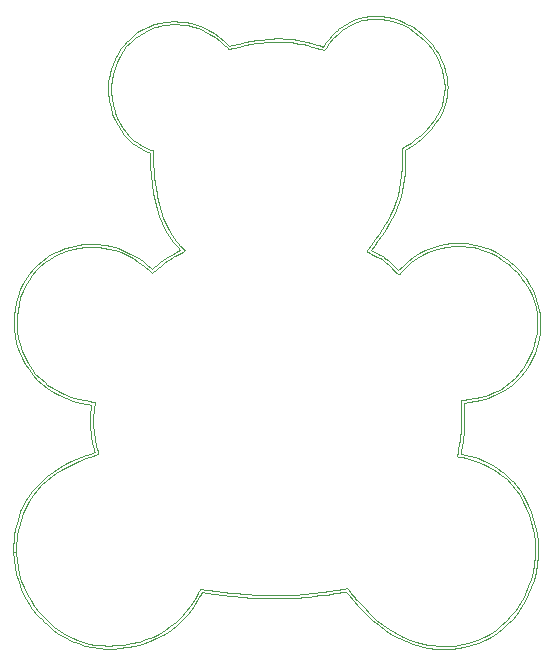
<source format=gbr>
G04 #@! TF.GenerationSoftware,KiCad,Pcbnew,(5.1.10)-1*
G04 #@! TF.CreationDate,2021-11-20T15:44:23+01:00*
G04 #@! TF.ProjectId,BlinkyBear,426c696e-6b79-4426-9561-722e6b696361,rev?*
G04 #@! TF.SameCoordinates,Original*
G04 #@! TF.FileFunction,Profile,NP*
%FSLAX46Y46*%
G04 Gerber Fmt 4.6, Leading zero omitted, Abs format (unit mm)*
G04 Created by KiCad (PCBNEW (5.1.10)-1) date 2021-11-20 15:44:23*
%MOMM*%
%LPD*%
G01*
G04 APERTURE LIST*
G04 #@! TA.AperFunction,Profile*
%ADD10C,0.010000*%
G04 #@! TD*
G04 APERTURE END LIST*
D10*
X144753017Y-53593586D02*
X145247175Y-53664348D01*
X145247175Y-53664348D02*
X145743116Y-53783312D01*
X145743116Y-53783312D02*
X146238789Y-53950655D01*
X146238789Y-53950655D02*
X146732146Y-54166554D01*
X146732146Y-54166554D02*
X146880151Y-54241212D01*
X146880151Y-54241212D02*
X147319548Y-54493944D01*
X147319548Y-54493944D02*
X147749920Y-54788442D01*
X147749920Y-54788442D02*
X148161829Y-55116977D01*
X148161829Y-55116977D02*
X148545835Y-55471818D01*
X148545835Y-55471818D02*
X148892498Y-55845236D01*
X148892498Y-55845236D02*
X149005436Y-55981600D01*
X149005436Y-55981600D02*
X149321469Y-56410261D01*
X149321469Y-56410261D02*
X149598625Y-56858000D01*
X149598625Y-56858000D02*
X149835430Y-57320631D01*
X149835430Y-57320631D02*
X150030406Y-57793967D01*
X150030406Y-57793967D02*
X150182080Y-58273824D01*
X150182080Y-58273824D02*
X150288977Y-58756016D01*
X150288977Y-58756016D02*
X150349620Y-59236358D01*
X150349620Y-59236358D02*
X150362536Y-59710665D01*
X150362536Y-59710665D02*
X150358495Y-59820594D01*
X150358495Y-59820594D02*
X150308343Y-60332692D01*
X150308343Y-60332692D02*
X150209099Y-60832304D01*
X150209099Y-60832304D02*
X150061004Y-61319071D01*
X150061004Y-61319071D02*
X149864295Y-61792634D01*
X149864295Y-61792634D02*
X149619214Y-62252637D01*
X149619214Y-62252637D02*
X149325998Y-62698721D01*
X149325998Y-62698721D02*
X148984887Y-63130528D01*
X148984887Y-63130528D02*
X148596122Y-63547701D01*
X148596122Y-63547701D02*
X148159940Y-63949881D01*
X148159940Y-63949881D02*
X147676581Y-64336711D01*
X147676581Y-64336711D02*
X147146286Y-64707832D01*
X147146286Y-64707832D02*
X147047316Y-64772009D01*
X147047316Y-64772009D02*
X146794187Y-64934297D01*
X146794187Y-64934297D02*
X146778156Y-65722098D01*
X146778156Y-65722098D02*
X146758328Y-66319558D01*
X146758328Y-66319558D02*
X146722777Y-66881684D01*
X146722777Y-66881684D02*
X146669750Y-67413443D01*
X146669750Y-67413443D02*
X146597494Y-67919805D01*
X146597494Y-67919805D02*
X146504257Y-68405738D01*
X146504257Y-68405738D02*
X146388284Y-68876212D01*
X146388284Y-68876212D02*
X146247824Y-69336194D01*
X146247824Y-69336194D02*
X146081124Y-69790654D01*
X146081124Y-69790654D02*
X145886431Y-70244559D01*
X145886431Y-70244559D02*
X145661992Y-70702879D01*
X145661992Y-70702879D02*
X145406053Y-71170582D01*
X145406053Y-71170582D02*
X145116863Y-71652638D01*
X145116863Y-71652638D02*
X144792669Y-72154013D01*
X144792669Y-72154013D02*
X144431716Y-72679679D01*
X144431716Y-72679679D02*
X144217766Y-72979733D01*
X144217766Y-72979733D02*
X143893109Y-73429766D01*
X143893109Y-73429766D02*
X144165104Y-73573675D01*
X144165104Y-73573675D02*
X144348178Y-73670749D01*
X144348178Y-73670749D02*
X144494201Y-73748867D01*
X144494201Y-73748867D02*
X144611156Y-73812580D01*
X144611156Y-73812580D02*
X144707024Y-73866440D01*
X144707024Y-73866440D02*
X144789788Y-73915000D01*
X144789788Y-73915000D02*
X144867430Y-73962812D01*
X144867430Y-73962812D02*
X144947933Y-74014429D01*
X144947933Y-74014429D02*
X145014954Y-74058354D01*
X145014954Y-74058354D02*
X145150832Y-74156088D01*
X145150832Y-74156088D02*
X145311876Y-74287085D01*
X145311876Y-74287085D02*
X145500385Y-74453308D01*
X145500385Y-74453308D02*
X145718664Y-74656720D01*
X145718664Y-74656720D02*
X145733678Y-74671028D01*
X145733678Y-74671028D02*
X146204747Y-75120500D01*
X146204747Y-75120500D02*
X146578223Y-74751597D01*
X146578223Y-74751597D02*
X147010772Y-74356495D01*
X147010772Y-74356495D02*
X147461960Y-74007881D01*
X147461960Y-74007881D02*
X147933617Y-73704850D01*
X147933617Y-73704850D02*
X148427575Y-73446495D01*
X148427575Y-73446495D02*
X148945667Y-73231908D01*
X148945667Y-73231908D02*
X149489723Y-73060183D01*
X149489723Y-73060183D02*
X150061576Y-72930413D01*
X150061576Y-72930413D02*
X150355300Y-72881449D01*
X150355300Y-72881449D02*
X150521120Y-72862666D01*
X150521120Y-72862666D02*
X150724434Y-72848690D01*
X150724434Y-72848690D02*
X150953844Y-72839530D01*
X150953844Y-72839530D02*
X151197951Y-72835193D01*
X151197951Y-72835193D02*
X151445355Y-72835687D01*
X151445355Y-72835687D02*
X151684657Y-72841020D01*
X151684657Y-72841020D02*
X151904458Y-72851200D01*
X151904458Y-72851200D02*
X152093360Y-72866235D01*
X152093360Y-72866235D02*
X152204551Y-72880180D01*
X152204551Y-72880180D02*
X152805188Y-72997724D01*
X152805188Y-72997724D02*
X153385414Y-73161619D01*
X153385414Y-73161619D02*
X153944565Y-73371576D01*
X153944565Y-73371576D02*
X154481979Y-73627306D01*
X154481979Y-73627306D02*
X154996996Y-73928520D01*
X154996996Y-73928520D02*
X155488951Y-74274930D01*
X155488951Y-74274930D02*
X155600400Y-74362269D01*
X155600400Y-74362269D02*
X155748645Y-74486949D01*
X155748645Y-74486949D02*
X155917877Y-74639448D01*
X155917877Y-74639448D02*
X156096563Y-74808555D01*
X156096563Y-74808555D02*
X156273171Y-74983061D01*
X156273171Y-74983061D02*
X156436172Y-75151754D01*
X156436172Y-75151754D02*
X156574033Y-75303424D01*
X156574033Y-75303424D02*
X156602397Y-75336400D01*
X156602397Y-75336400D02*
X156971248Y-75808334D01*
X156971248Y-75808334D02*
X157293065Y-76299424D01*
X157293065Y-76299424D02*
X157568005Y-76810012D01*
X157568005Y-76810012D02*
X157796221Y-77340441D01*
X157796221Y-77340441D02*
X157977869Y-77891053D01*
X157977869Y-77891053D02*
X158113103Y-78462192D01*
X158113103Y-78462192D02*
X158170407Y-78803500D01*
X158170407Y-78803500D02*
X158183775Y-78932625D01*
X158183775Y-78932625D02*
X158193526Y-79100852D01*
X158193526Y-79100852D02*
X158199663Y-79296608D01*
X158199663Y-79296608D02*
X158202189Y-79508325D01*
X158202189Y-79508325D02*
X158201107Y-79724431D01*
X158201107Y-79724431D02*
X158196420Y-79933357D01*
X158196420Y-79933357D02*
X158188131Y-80123531D01*
X158188131Y-80123531D02*
X158176244Y-80283384D01*
X158176244Y-80283384D02*
X158169991Y-80340200D01*
X158169991Y-80340200D02*
X158069974Y-80944743D01*
X158069974Y-80944743D02*
X157923989Y-81532286D01*
X157923989Y-81532286D02*
X157733047Y-82100278D01*
X157733047Y-82100278D02*
X157498163Y-82646172D01*
X157498163Y-82646172D02*
X157220348Y-83167417D01*
X157220348Y-83167417D02*
X156900616Y-83661465D01*
X156900616Y-83661465D02*
X156790551Y-83812154D01*
X156790551Y-83812154D02*
X156672146Y-83960419D01*
X156672146Y-83960419D02*
X156526724Y-84128052D01*
X156526724Y-84128052D02*
X156364461Y-84304443D01*
X156364461Y-84304443D02*
X156195534Y-84478987D01*
X156195534Y-84478987D02*
X156030120Y-84641077D01*
X156030120Y-84641077D02*
X155878396Y-84780105D01*
X155878396Y-84780105D02*
X155791428Y-84853494D01*
X155791428Y-84853494D02*
X155336214Y-85187783D01*
X155336214Y-85187783D02*
X154851309Y-85481465D01*
X154851309Y-85481465D02*
X154338455Y-85733840D01*
X154338455Y-85733840D02*
X153799392Y-85944207D01*
X153799392Y-85944207D02*
X153235862Y-86111868D01*
X153235862Y-86111868D02*
X152649607Y-86236121D01*
X152649607Y-86236121D02*
X152189053Y-86301190D01*
X152189053Y-86301190D02*
X151797780Y-86344967D01*
X151797780Y-86344967D02*
X151782465Y-87451033D01*
X151782465Y-87451033D02*
X151776063Y-87830715D01*
X151776063Y-87830715D02*
X151767595Y-88167110D01*
X151767595Y-88167110D02*
X151756396Y-88467711D01*
X151756396Y-88467711D02*
X151741799Y-88740012D01*
X151741799Y-88740012D02*
X151723138Y-88991507D01*
X151723138Y-88991507D02*
X151699748Y-89229688D01*
X151699748Y-89229688D02*
X151670961Y-89462050D01*
X151670961Y-89462050D02*
X151636111Y-89696086D01*
X151636111Y-89696086D02*
X151594533Y-89939290D01*
X151594533Y-89939290D02*
X151545561Y-90199154D01*
X151545561Y-90199154D02*
X151532080Y-90267624D01*
X151532080Y-90267624D02*
X151506928Y-90402281D01*
X151506928Y-90402281D02*
X151488010Y-90519282D01*
X151488010Y-90519282D02*
X151476543Y-90609673D01*
X151476543Y-90609673D02*
X151473742Y-90664501D01*
X151473742Y-90664501D02*
X151476544Y-90676455D01*
X151476544Y-90676455D02*
X151509756Y-90689614D01*
X151509756Y-90689614D02*
X151580418Y-90708802D01*
X151580418Y-90708802D02*
X151676034Y-90730782D01*
X151676034Y-90730782D02*
X151726900Y-90741328D01*
X151726900Y-90741328D02*
X152321780Y-90883452D01*
X152321780Y-90883452D02*
X152904049Y-91068190D01*
X152904049Y-91068190D02*
X153468132Y-91293056D01*
X153468132Y-91293056D02*
X154008456Y-91555568D01*
X154008456Y-91555568D02*
X154519449Y-91853242D01*
X154519449Y-91853242D02*
X154995536Y-92183593D01*
X154995536Y-92183593D02*
X155040929Y-92218268D01*
X155040929Y-92218268D02*
X155208417Y-92354901D01*
X155208417Y-92354901D02*
X155394210Y-92519283D01*
X155394210Y-92519283D02*
X155587535Y-92700885D01*
X155587535Y-92700885D02*
X155777621Y-92889177D01*
X155777621Y-92889177D02*
X155953698Y-93073630D01*
X155953698Y-93073630D02*
X156104993Y-93243715D01*
X156104993Y-93243715D02*
X156167599Y-93319600D01*
X156167599Y-93319600D02*
X156474201Y-93733355D01*
X156474201Y-93733355D02*
X156761792Y-94179924D01*
X156761792Y-94179924D02*
X157019802Y-94642030D01*
X157019802Y-94642030D02*
X157185444Y-94983769D01*
X157185444Y-94983769D02*
X157427070Y-95570585D01*
X157427070Y-95570585D02*
X157629930Y-96173987D01*
X157629930Y-96173987D02*
X157792849Y-96787815D01*
X157792849Y-96787815D02*
X157914647Y-97405903D01*
X157914647Y-97405903D02*
X157994148Y-98022091D01*
X157994148Y-98022091D02*
X158030173Y-98630214D01*
X158030173Y-98630214D02*
X158021545Y-99224111D01*
X158021545Y-99224111D02*
X158015317Y-99326700D01*
X158015317Y-99326700D02*
X157945241Y-100006449D01*
X157945241Y-100006449D02*
X157828838Y-100669952D01*
X157828838Y-100669952D02*
X157666933Y-101315349D01*
X157666933Y-101315349D02*
X157460347Y-101940784D01*
X157460347Y-101940784D02*
X157209905Y-102544398D01*
X157209905Y-102544398D02*
X156916429Y-103124336D01*
X156916429Y-103124336D02*
X156580742Y-103678738D01*
X156580742Y-103678738D02*
X156203667Y-104205747D01*
X156203667Y-104205747D02*
X155786028Y-104703506D01*
X155786028Y-104703506D02*
X155499591Y-105004106D01*
X155499591Y-105004106D02*
X155038695Y-105430156D01*
X155038695Y-105430156D02*
X154553768Y-105811464D01*
X154553768Y-105811464D02*
X154045147Y-106147860D01*
X154045147Y-106147860D02*
X153513169Y-106439176D01*
X153513169Y-106439176D02*
X152958172Y-106685242D01*
X152958172Y-106685242D02*
X152380491Y-106885891D01*
X152380491Y-106885891D02*
X151780465Y-107040952D01*
X151780465Y-107040952D02*
X151237311Y-107139112D01*
X151237311Y-107139112D02*
X151112947Y-107153687D01*
X151112947Y-107153687D02*
X150951414Y-107167236D01*
X150951414Y-107167236D02*
X150762733Y-107179407D01*
X150762733Y-107179407D02*
X150556924Y-107189849D01*
X150556924Y-107189849D02*
X150344009Y-107198209D01*
X150344009Y-107198209D02*
X150134008Y-107204136D01*
X150134008Y-107204136D02*
X149936943Y-107207278D01*
X149936943Y-107207278D02*
X149762835Y-107207284D01*
X149762835Y-107207284D02*
X149621703Y-107203802D01*
X149621703Y-107203802D02*
X149542500Y-107198590D01*
X149542500Y-107198590D02*
X149321176Y-107176606D01*
X149321176Y-107176606D02*
X149141049Y-107157804D01*
X149141049Y-107157804D02*
X148992698Y-107141041D01*
X148992698Y-107141041D02*
X148866703Y-107125173D01*
X148866703Y-107125173D02*
X148753645Y-107109057D01*
X148753645Y-107109057D02*
X148644104Y-107091550D01*
X148644104Y-107091550D02*
X148602700Y-107084511D01*
X148602700Y-107084511D02*
X147997430Y-106956390D01*
X147997430Y-106956390D02*
X147401486Y-106782000D01*
X147401486Y-106782000D02*
X146814248Y-106560922D01*
X146814248Y-106560922D02*
X146235097Y-106292740D01*
X146235097Y-106292740D02*
X145663412Y-105977034D01*
X145663412Y-105977034D02*
X145098574Y-105613387D01*
X145098574Y-105613387D02*
X144539965Y-105201380D01*
X144539965Y-105201380D02*
X143986963Y-104740596D01*
X143986963Y-104740596D02*
X143438950Y-104230617D01*
X143438950Y-104230617D02*
X142895305Y-103671024D01*
X142895305Y-103671024D02*
X142355410Y-103061400D01*
X142355410Y-103061400D02*
X141998635Y-102628700D01*
X141998635Y-102628700D02*
X141902268Y-102511151D01*
X141902268Y-102511151D02*
X141830461Y-102430182D01*
X141830461Y-102430182D02*
X141778316Y-102380982D01*
X141778316Y-102380982D02*
X141740936Y-102358744D01*
X141740936Y-102358744D02*
X141721476Y-102356566D01*
X141721476Y-102356566D02*
X141685573Y-102361634D01*
X141685573Y-102361634D02*
X141604935Y-102373103D01*
X141604935Y-102373103D02*
X141485115Y-102390182D01*
X141485115Y-102390182D02*
X141331667Y-102412078D01*
X141331667Y-102412078D02*
X141150144Y-102437999D01*
X141150144Y-102437999D02*
X140946099Y-102467150D01*
X140946099Y-102467150D02*
X140725085Y-102498741D01*
X140725085Y-102498741D02*
X140614400Y-102514568D01*
X140614400Y-102514568D02*
X140049651Y-102593606D01*
X140049651Y-102593606D02*
X139528318Y-102662713D01*
X139528318Y-102662713D02*
X139044096Y-102722367D01*
X139044096Y-102722367D02*
X138590679Y-102773047D01*
X138590679Y-102773047D02*
X138161759Y-102815230D01*
X138161759Y-102815230D02*
X137751033Y-102849396D01*
X137751033Y-102849396D02*
X137352193Y-102876021D01*
X137352193Y-102876021D02*
X136958934Y-102895585D01*
X136958934Y-102895585D02*
X136564950Y-102908566D01*
X136564950Y-102908566D02*
X136163936Y-102915441D01*
X136163936Y-102915441D02*
X135749584Y-102916690D01*
X135749584Y-102916690D02*
X135356600Y-102913353D01*
X135356600Y-102913353D02*
X134961998Y-102906588D01*
X134961998Y-102906588D02*
X134593315Y-102896770D01*
X134593315Y-102896770D02*
X134241035Y-102883280D01*
X134241035Y-102883280D02*
X133895647Y-102865497D01*
X133895647Y-102865497D02*
X133547636Y-102842802D01*
X133547636Y-102842802D02*
X133187490Y-102814573D01*
X133187490Y-102814573D02*
X132805696Y-102780191D01*
X132805696Y-102780191D02*
X132392740Y-102739035D01*
X132392740Y-102739035D02*
X131940300Y-102690616D01*
X131940300Y-102690616D02*
X131757769Y-102670075D01*
X131757769Y-102670075D02*
X131551923Y-102646093D01*
X131551923Y-102646093D02*
X131329308Y-102619503D01*
X131329308Y-102619503D02*
X131096470Y-102591136D01*
X131096470Y-102591136D02*
X130859957Y-102561826D01*
X130859957Y-102561826D02*
X130626313Y-102532406D01*
X130626313Y-102532406D02*
X130402087Y-102503709D01*
X130402087Y-102503709D02*
X130193825Y-102476567D01*
X130193825Y-102476567D02*
X130008073Y-102451813D01*
X130008073Y-102451813D02*
X129851377Y-102430279D01*
X129851377Y-102430279D02*
X129730284Y-102412799D01*
X129730284Y-102412799D02*
X129651341Y-102400206D01*
X129651341Y-102400206D02*
X129638182Y-102397767D01*
X129638182Y-102397767D02*
X129607306Y-102395091D01*
X129607306Y-102395091D02*
X129580417Y-102405656D01*
X129580417Y-102405656D02*
X129551285Y-102436804D01*
X129551285Y-102436804D02*
X129513681Y-102495877D01*
X129513681Y-102495877D02*
X129461378Y-102590217D01*
X129461378Y-102590217D02*
X129438045Y-102633675D01*
X129438045Y-102633675D02*
X129096049Y-103225969D01*
X129096049Y-103225969D02*
X128726349Y-103775855D01*
X128726349Y-103775855D02*
X128328533Y-104283770D01*
X128328533Y-104283770D02*
X127902189Y-104750153D01*
X127902189Y-104750153D02*
X127446907Y-105175440D01*
X127446907Y-105175440D02*
X126962275Y-105560068D01*
X126962275Y-105560068D02*
X126447881Y-105904476D01*
X126447881Y-105904476D02*
X126254656Y-106019091D01*
X126254656Y-106019091D02*
X125709927Y-106303717D01*
X125709927Y-106303717D02*
X125136995Y-106548373D01*
X125136995Y-106548373D02*
X124535017Y-106753291D01*
X124535017Y-106753291D02*
X123903147Y-106918705D01*
X123903147Y-106918705D02*
X123240542Y-107044847D01*
X123240542Y-107044847D02*
X122546355Y-107131951D01*
X122546355Y-107131951D02*
X122093686Y-107166812D01*
X122093686Y-107166812D02*
X121473289Y-107178549D01*
X121473289Y-107178549D02*
X120859288Y-107140296D01*
X120859288Y-107140296D02*
X120253554Y-107052658D01*
X120253554Y-107052658D02*
X119657954Y-106916244D01*
X119657954Y-106916244D02*
X119074358Y-106731660D01*
X119074358Y-106731660D02*
X118504635Y-106499513D01*
X118504635Y-106499513D02*
X117950654Y-106220409D01*
X117950654Y-106220409D02*
X117414283Y-105894957D01*
X117414283Y-105894957D02*
X116897392Y-105523763D01*
X116897392Y-105523763D02*
X116801560Y-105448131D01*
X116801560Y-105448131D02*
X116617075Y-105292876D01*
X116617075Y-105292876D02*
X116413250Y-105108523D01*
X116413250Y-105108523D02*
X116201580Y-104906348D01*
X116201580Y-104906348D02*
X115993559Y-104697624D01*
X115993559Y-104697624D02*
X115800682Y-104493627D01*
X115800682Y-104493627D02*
X115634442Y-104305632D01*
X115634442Y-104305632D02*
X115623222Y-104292317D01*
X115623222Y-104292317D02*
X115221794Y-103775963D01*
X115221794Y-103775963D02*
X114862037Y-103234276D01*
X114862037Y-103234276D02*
X114544920Y-102670236D01*
X114544920Y-102670236D02*
X114271416Y-102086822D01*
X114271416Y-102086822D02*
X114042495Y-101487013D01*
X114042495Y-101487013D02*
X113859128Y-100873788D01*
X113859128Y-100873788D02*
X113722286Y-100250128D01*
X113722286Y-100250128D02*
X113632940Y-99619010D01*
X113632940Y-99619010D02*
X113594188Y-99016458D01*
X113594188Y-99016458D02*
X113846388Y-99016458D01*
X113846388Y-99016458D02*
X113889081Y-99629969D01*
X113889081Y-99629969D02*
X113977756Y-100236037D01*
X113977756Y-100236037D02*
X114110912Y-100832112D01*
X114110912Y-100832112D02*
X114287050Y-101415647D01*
X114287050Y-101415647D02*
X114504669Y-101984092D01*
X114504669Y-101984092D02*
X114762270Y-102534900D01*
X114762270Y-102534900D02*
X115058353Y-103065520D01*
X115058353Y-103065520D02*
X115391417Y-103573405D01*
X115391417Y-103573405D02*
X115759964Y-104056005D01*
X115759964Y-104056005D02*
X116162493Y-104510773D01*
X116162493Y-104510773D02*
X116597504Y-104935159D01*
X116597504Y-104935159D02*
X117063497Y-105326615D01*
X117063497Y-105326615D02*
X117558973Y-105682591D01*
X117558973Y-105682591D02*
X118082432Y-106000541D01*
X118082432Y-106000541D02*
X118632373Y-106277913D01*
X118632373Y-106277913D02*
X118999118Y-106433582D01*
X118999118Y-106433582D02*
X119512569Y-106614416D01*
X119512569Y-106614416D02*
X120028120Y-106751839D01*
X120028120Y-106751839D02*
X120554026Y-106847382D01*
X120554026Y-106847382D02*
X121098541Y-106902577D01*
X121098541Y-106902577D02*
X121615200Y-106919029D01*
X121615200Y-106919029D02*
X122287427Y-106898080D01*
X122287427Y-106898080D02*
X122948051Y-106833576D01*
X122948051Y-106833576D02*
X123593757Y-106726412D01*
X123593757Y-106726412D02*
X124221227Y-106577480D01*
X124221227Y-106577480D02*
X124827145Y-106387673D01*
X124827145Y-106387673D02*
X125408196Y-106157884D01*
X125408196Y-106157884D02*
X125961063Y-105889006D01*
X125961063Y-105889006D02*
X126410655Y-105627695D01*
X126410655Y-105627695D02*
X126903694Y-105287636D01*
X126903694Y-105287636D02*
X127370946Y-104904877D01*
X127370946Y-104904877D02*
X127810529Y-104481544D01*
X127810529Y-104481544D02*
X128220557Y-104019763D01*
X128220557Y-104019763D02*
X128599147Y-103521659D01*
X128599147Y-103521659D02*
X128944414Y-102989359D01*
X128944414Y-102989359D02*
X129254475Y-102424988D01*
X129254475Y-102424988D02*
X129261386Y-102411230D01*
X129261386Y-102411230D02*
X129323695Y-102288030D01*
X129323695Y-102288030D02*
X129368826Y-102203638D01*
X129368826Y-102203638D02*
X129401958Y-102151244D01*
X129401958Y-102151244D02*
X129428268Y-102124038D01*
X129428268Y-102124038D02*
X129452932Y-102115211D01*
X129452932Y-102115211D02*
X129481129Y-102117954D01*
X129481129Y-102117954D02*
X129483937Y-102118519D01*
X129483937Y-102118519D02*
X129539189Y-102127916D01*
X129539189Y-102127916D02*
X129637842Y-102142702D01*
X129637842Y-102142702D02*
X129772892Y-102161944D01*
X129772892Y-102161944D02*
X129937335Y-102184711D01*
X129937335Y-102184711D02*
X130124168Y-102210070D01*
X130124168Y-102210070D02*
X130326385Y-102237087D01*
X130326385Y-102237087D02*
X130536984Y-102264830D01*
X130536984Y-102264830D02*
X130748961Y-102292366D01*
X130748961Y-102292366D02*
X130955310Y-102318764D01*
X130955310Y-102318764D02*
X131149029Y-102343089D01*
X131149029Y-102343089D02*
X131323114Y-102364410D01*
X131323114Y-102364410D02*
X131394200Y-102372896D01*
X131394200Y-102372896D02*
X131977375Y-102439436D01*
X131977375Y-102439436D02*
X132520718Y-102496321D01*
X132520718Y-102496321D02*
X133034096Y-102544419D01*
X133034096Y-102544419D02*
X133527375Y-102584598D01*
X133527375Y-102584598D02*
X134010421Y-102617728D01*
X134010421Y-102617728D02*
X134467600Y-102643400D01*
X134467600Y-102643400D02*
X134653064Y-102650678D01*
X134653064Y-102650678D02*
X134876347Y-102656053D01*
X134876347Y-102656053D02*
X135129540Y-102659594D01*
X135129540Y-102659594D02*
X135404733Y-102661368D01*
X135404733Y-102661368D02*
X135694019Y-102661441D01*
X135694019Y-102661441D02*
X135989490Y-102659882D01*
X135989490Y-102659882D02*
X136283237Y-102656757D01*
X136283237Y-102656757D02*
X136567352Y-102652133D01*
X136567352Y-102652133D02*
X136833926Y-102646078D01*
X136833926Y-102646078D02*
X137075051Y-102638658D01*
X137075051Y-102638658D02*
X137282818Y-102629942D01*
X137282818Y-102629942D02*
X137449320Y-102619996D01*
X137449320Y-102619996D02*
X137477500Y-102617823D01*
X137477500Y-102617823D02*
X138198385Y-102553303D01*
X138198385Y-102553303D02*
X138947243Y-102474706D01*
X138947243Y-102474706D02*
X139703967Y-102384357D01*
X139703967Y-102384357D02*
X140448451Y-102284583D01*
X140448451Y-102284583D02*
X140797689Y-102233707D01*
X140797689Y-102233707D02*
X140977718Y-102206838D01*
X140977718Y-102206838D02*
X141163039Y-102179336D01*
X141163039Y-102179336D02*
X141339499Y-102153289D01*
X141339499Y-102153289D02*
X141492946Y-102130787D01*
X141492946Y-102130787D02*
X141601951Y-102114966D01*
X141601951Y-102114966D02*
X141891003Y-102073374D01*
X141891003Y-102073374D02*
X141943103Y-102144895D01*
X141943103Y-102144895D02*
X142003781Y-102225123D01*
X142003781Y-102225123D02*
X142090025Y-102335017D01*
X142090025Y-102335017D02*
X142194481Y-102465554D01*
X142194481Y-102465554D02*
X142309799Y-102607707D01*
X142309799Y-102607707D02*
X142428625Y-102752454D01*
X142428625Y-102752454D02*
X142543607Y-102890767D01*
X142543607Y-102890767D02*
X142647393Y-103013624D01*
X142647393Y-103013624D02*
X142709711Y-103085900D01*
X142709711Y-103085900D02*
X143248925Y-103676727D01*
X143248925Y-103676727D02*
X143791486Y-104217174D01*
X143791486Y-104217174D02*
X144337891Y-104707580D01*
X144337891Y-104707580D02*
X144888640Y-105148286D01*
X144888640Y-105148286D02*
X145444229Y-105539631D01*
X145444229Y-105539631D02*
X146005157Y-105881954D01*
X146005157Y-105881954D02*
X146571922Y-106175597D01*
X146571922Y-106175597D02*
X147145021Y-106420898D01*
X147145021Y-106420898D02*
X147724953Y-106618197D01*
X147724953Y-106618197D02*
X147996869Y-106693630D01*
X147996869Y-106693630D02*
X148357754Y-106778070D01*
X148357754Y-106778070D02*
X148727445Y-106846736D01*
X148727445Y-106846736D02*
X149119865Y-106901903D01*
X149119865Y-106901903D02*
X149529800Y-106944179D01*
X149529800Y-106944179D02*
X149630044Y-106949287D01*
X149630044Y-106949287D02*
X149770952Y-106951374D01*
X149770952Y-106951374D02*
X149942496Y-106950741D01*
X149942496Y-106950741D02*
X150134646Y-106947684D01*
X150134646Y-106947684D02*
X150337376Y-106942505D01*
X150337376Y-106942505D02*
X150540657Y-106935502D01*
X150540657Y-106935502D02*
X150734461Y-106926973D01*
X150734461Y-106926973D02*
X150908760Y-106917219D01*
X150908760Y-106917219D02*
X151053526Y-106906539D01*
X151053526Y-106906539D02*
X151155400Y-106895692D01*
X151155400Y-106895692D02*
X151752605Y-106788863D01*
X151752605Y-106788863D02*
X152332501Y-106634983D01*
X152332501Y-106634983D02*
X152893382Y-106435344D01*
X152893382Y-106435344D02*
X153433540Y-106191239D01*
X153433540Y-106191239D02*
X153951270Y-105903962D01*
X153951270Y-105903962D02*
X154444866Y-105574804D01*
X154444866Y-105574804D02*
X154912621Y-105205060D01*
X154912621Y-105205060D02*
X155352828Y-104796022D01*
X155352828Y-104796022D02*
X155763783Y-104348983D01*
X155763783Y-104348983D02*
X156143777Y-103865235D01*
X156143777Y-103865235D02*
X156491105Y-103346073D01*
X156491105Y-103346073D02*
X156804061Y-102792787D01*
X156804061Y-102792787D02*
X156944631Y-102509010D01*
X156944631Y-102509010D02*
X157204756Y-101900693D01*
X157204756Y-101900693D02*
X157416478Y-101278482D01*
X157416478Y-101278482D02*
X157579499Y-100644814D01*
X157579499Y-100644814D02*
X157693519Y-100002124D01*
X157693519Y-100002124D02*
X157758240Y-99352850D01*
X157758240Y-99352850D02*
X157773362Y-98699427D01*
X157773362Y-98699427D02*
X157738588Y-98044292D01*
X157738588Y-98044292D02*
X157653617Y-97389880D01*
X157653617Y-97389880D02*
X157604991Y-97126283D01*
X157604991Y-97126283D02*
X157452930Y-96477739D01*
X157452930Y-96477739D02*
X157262941Y-95859032D01*
X157262941Y-95859032D02*
X157035720Y-95271243D01*
X157035720Y-95271243D02*
X156771967Y-94715452D01*
X156771967Y-94715452D02*
X156472381Y-94192741D01*
X156472381Y-94192741D02*
X156137660Y-93704188D01*
X156137660Y-93704188D02*
X155768503Y-93250874D01*
X155768503Y-93250874D02*
X155365609Y-92833881D01*
X155365609Y-92833881D02*
X154929676Y-92454287D01*
X154929676Y-92454287D02*
X154461404Y-92113173D01*
X154461404Y-92113173D02*
X154292300Y-92004505D01*
X154292300Y-92004505D02*
X153868643Y-91763820D01*
X153868643Y-91763820D02*
X153406962Y-91543242D01*
X153406962Y-91543242D02*
X152917354Y-91346597D01*
X152917354Y-91346597D02*
X152409915Y-91177709D01*
X152409915Y-91177709D02*
X151894740Y-91040402D01*
X151894740Y-91040402D02*
X151561800Y-90970143D01*
X151561800Y-90970143D02*
X151429583Y-90945052D01*
X151429583Y-90945052D02*
X151314217Y-90922841D01*
X151314217Y-90922841D02*
X151225370Y-90905396D01*
X151225370Y-90905396D02*
X151172709Y-90894602D01*
X151172709Y-90894602D02*
X151163683Y-90892499D01*
X151163683Y-90892499D02*
X151149365Y-90873853D01*
X151149365Y-90873853D02*
X151151414Y-90824519D01*
X151151414Y-90824519D02*
X151169982Y-90736689D01*
X151169982Y-90736689D02*
X151206475Y-90578200D01*
X151206475Y-90578200D02*
X151247041Y-90386459D01*
X151247041Y-90386459D02*
X151289086Y-90175216D01*
X151289086Y-90175216D02*
X151330018Y-89958217D01*
X151330018Y-89958217D02*
X151367246Y-89749214D01*
X151367246Y-89749214D02*
X151398176Y-89561955D01*
X151398176Y-89561955D02*
X151420217Y-89410188D01*
X151420217Y-89410188D02*
X151420499Y-89408000D01*
X151420499Y-89408000D02*
X151441415Y-89240216D01*
X151441415Y-89240216D02*
X151459122Y-89084475D01*
X151459122Y-89084475D02*
X151473963Y-88934141D01*
X151473963Y-88934141D02*
X151486282Y-88782573D01*
X151486282Y-88782573D02*
X151496420Y-88623135D01*
X151496420Y-88623135D02*
X151504723Y-88449188D01*
X151504723Y-88449188D02*
X151511531Y-88254095D01*
X151511531Y-88254095D02*
X151517190Y-88031216D01*
X151517190Y-88031216D02*
X151522041Y-87773914D01*
X151522041Y-87773914D02*
X151526429Y-87475551D01*
X151526429Y-87475551D02*
X151528416Y-87320241D01*
X151528416Y-87320241D02*
X151543381Y-86108783D01*
X151543381Y-86108783D02*
X151673240Y-86096046D01*
X151673240Y-86096046D02*
X151753232Y-86088244D01*
X151753232Y-86088244D02*
X151866771Y-86077225D01*
X151866771Y-86077225D02*
X151996838Y-86064640D01*
X151996838Y-86064640D02*
X152091614Y-86055492D01*
X152091614Y-86055492D02*
X152674861Y-85976104D01*
X152674861Y-85976104D02*
X153237528Y-85852906D01*
X153237528Y-85852906D02*
X153777720Y-85686858D01*
X153777720Y-85686858D02*
X154293541Y-85478916D01*
X154293541Y-85478916D02*
X154783093Y-85230038D01*
X154783093Y-85230038D02*
X155244480Y-84941180D01*
X155244480Y-84941180D02*
X155675807Y-84613302D01*
X155675807Y-84613302D02*
X156075177Y-84247359D01*
X156075177Y-84247359D02*
X156418683Y-83870800D01*
X156418683Y-83870800D02*
X156738812Y-83449767D01*
X156738812Y-83449767D02*
X157026233Y-82994179D01*
X157026233Y-82994179D02*
X157278943Y-82509949D01*
X157278943Y-82509949D02*
X157494939Y-82002991D01*
X157494939Y-82002991D02*
X157672218Y-81479220D01*
X157672218Y-81479220D02*
X157808777Y-80944551D01*
X157808777Y-80944551D02*
X157902613Y-80404896D01*
X157902613Y-80404896D02*
X157951723Y-79866172D01*
X157951723Y-79866172D02*
X157954210Y-79336900D01*
X157954210Y-79336900D02*
X157906942Y-78795539D01*
X157906942Y-78795539D02*
X157810039Y-78259341D01*
X157810039Y-78259341D02*
X157664613Y-77731215D01*
X157664613Y-77731215D02*
X157471779Y-77214070D01*
X157471779Y-77214070D02*
X157232650Y-76710815D01*
X157232650Y-76710815D02*
X156948341Y-76224359D01*
X156948341Y-76224359D02*
X156619966Y-75757612D01*
X156619966Y-75757612D02*
X156548875Y-75666600D01*
X156548875Y-75666600D02*
X156444902Y-75543144D01*
X156444902Y-75543144D02*
X156311904Y-75396366D01*
X156311904Y-75396366D02*
X156159089Y-75235488D01*
X156159089Y-75235488D02*
X155995663Y-75069729D01*
X155995663Y-75069729D02*
X155830834Y-74908312D01*
X155830834Y-74908312D02*
X155673808Y-74760456D01*
X155673808Y-74760456D02*
X155533794Y-74635383D01*
X155533794Y-74635383D02*
X155448000Y-74564070D01*
X155448000Y-74564070D02*
X155003690Y-74239337D01*
X155003690Y-74239337D02*
X154532761Y-73948022D01*
X154532761Y-73948022D02*
X154044103Y-73694917D01*
X154044103Y-73694917D02*
X153546608Y-73484811D01*
X153546608Y-73484811D02*
X153260638Y-73385536D01*
X153260638Y-73385536D02*
X152865702Y-73271163D01*
X152865702Y-73271163D02*
X152484548Y-73186340D01*
X152484548Y-73186340D02*
X152099546Y-73128056D01*
X152099546Y-73128056D02*
X151693066Y-73093298D01*
X151693066Y-73093298D02*
X151498300Y-73084526D01*
X151498300Y-73084526D02*
X150915540Y-73089008D01*
X150915540Y-73089008D02*
X150346112Y-73142280D01*
X150346112Y-73142280D02*
X149791202Y-73243930D01*
X149791202Y-73243930D02*
X149251997Y-73393543D01*
X149251997Y-73393543D02*
X148729686Y-73590704D01*
X148729686Y-73590704D02*
X148225454Y-73835000D01*
X148225454Y-73835000D02*
X147740489Y-74126017D01*
X147740489Y-74126017D02*
X147275979Y-74463340D01*
X147275979Y-74463340D02*
X147078156Y-74626517D01*
X147078156Y-74626517D02*
X146972848Y-74720286D01*
X146972848Y-74720286D02*
X146852502Y-74833218D01*
X146852502Y-74833218D02*
X146725445Y-74956905D01*
X146725445Y-74956905D02*
X146600000Y-75082939D01*
X146600000Y-75082939D02*
X146484493Y-75202912D01*
X146484493Y-75202912D02*
X146387250Y-75308416D01*
X146387250Y-75308416D02*
X146316596Y-75391042D01*
X146316596Y-75391042D02*
X146300457Y-75411959D01*
X146300457Y-75411959D02*
X146257313Y-75462020D01*
X146257313Y-75462020D02*
X146223074Y-75487844D01*
X146223074Y-75487844D02*
X146218398Y-75488800D01*
X146218398Y-75488800D02*
X146194600Y-75471591D01*
X146194600Y-75471591D02*
X146139545Y-75422915D01*
X146139545Y-75422915D02*
X146057925Y-75347201D01*
X146057925Y-75347201D02*
X145954432Y-75248873D01*
X145954432Y-75248873D02*
X145833759Y-75132359D01*
X145833759Y-75132359D02*
X145700597Y-75002086D01*
X145700597Y-75002086D02*
X145658025Y-74960104D01*
X145658025Y-74960104D02*
X145477667Y-74783416D01*
X145477667Y-74783416D02*
X145321245Y-74634820D01*
X145321245Y-74634820D02*
X145180660Y-74508465D01*
X145180660Y-74508465D02*
X145047809Y-74398499D01*
X145047809Y-74398499D02*
X144914591Y-74299072D01*
X144914591Y-74299072D02*
X144772906Y-74204333D01*
X144772906Y-74204333D02*
X144614651Y-74108431D01*
X144614651Y-74108431D02*
X144431725Y-74005516D01*
X144431725Y-74005516D02*
X144216028Y-73889735D01*
X144216028Y-73889735D02*
X144068800Y-73812333D01*
X144068800Y-73812333D02*
X143916993Y-73732836D01*
X143916993Y-73732836D02*
X143780961Y-73661486D01*
X143780961Y-73661486D02*
X143666907Y-73601544D01*
X143666907Y-73601544D02*
X143581029Y-73556274D01*
X143581029Y-73556274D02*
X143529529Y-73528935D01*
X143529529Y-73528935D02*
X143517223Y-73522191D01*
X143517223Y-73522191D02*
X143530014Y-73501385D01*
X143530014Y-73501385D02*
X143568868Y-73445188D01*
X143568868Y-73445188D02*
X143629812Y-73359177D01*
X143629812Y-73359177D02*
X143708873Y-73248930D01*
X143708873Y-73248930D02*
X143802077Y-73120024D01*
X143802077Y-73120024D02*
X143881349Y-73011056D01*
X143881349Y-73011056D02*
X144227702Y-72528110D01*
X144227702Y-72528110D02*
X144539363Y-72076005D01*
X144539363Y-72076005D02*
X144818608Y-71650737D01*
X144818608Y-71650737D02*
X145067713Y-71248303D01*
X145067713Y-71248303D02*
X145288954Y-70864701D01*
X145288954Y-70864701D02*
X145484605Y-70495926D01*
X145484605Y-70495926D02*
X145656942Y-70137975D01*
X145656942Y-70137975D02*
X145808240Y-69786845D01*
X145808240Y-69786845D02*
X145940775Y-69438533D01*
X145940775Y-69438533D02*
X145985915Y-69308380D01*
X145985915Y-69308380D02*
X146142512Y-68791522D01*
X146142512Y-68791522D02*
X146272126Y-68246521D01*
X146272126Y-68246521D02*
X146375164Y-67670437D01*
X146375164Y-67670437D02*
X146452030Y-67060328D01*
X146452030Y-67060328D02*
X146503134Y-66413255D01*
X146503134Y-66413255D02*
X146528879Y-65726276D01*
X146528879Y-65726276D02*
X146532380Y-65354200D01*
X146532380Y-65354200D02*
X146532651Y-64782700D01*
X146532651Y-64782700D02*
X146660089Y-64711124D01*
X146660089Y-64711124D02*
X146773266Y-64643774D01*
X146773266Y-64643774D02*
X146915859Y-64553185D01*
X146915859Y-64553185D02*
X147076821Y-64446834D01*
X147076821Y-64446834D02*
X147245106Y-64332197D01*
X147245106Y-64332197D02*
X147409667Y-64216751D01*
X147409667Y-64216751D02*
X147559458Y-64107973D01*
X147559458Y-64107973D02*
X147632830Y-64052712D01*
X147632830Y-64052712D02*
X148088708Y-63677634D01*
X148088708Y-63677634D02*
X148500525Y-63284938D01*
X148500525Y-63284938D02*
X148867447Y-62875847D01*
X148867447Y-62875847D02*
X149188637Y-62451586D01*
X149188637Y-62451586D02*
X149463261Y-62013378D01*
X149463261Y-62013378D02*
X149690485Y-61562448D01*
X149690485Y-61562448D02*
X149869473Y-61100018D01*
X149869473Y-61100018D02*
X149999390Y-60627314D01*
X149999390Y-60627314D02*
X150012884Y-60563944D01*
X150012884Y-60563944D02*
X150084601Y-60091300D01*
X150084601Y-60091300D02*
X150107374Y-59614832D01*
X150107374Y-59614832D02*
X150082616Y-59137409D01*
X150082616Y-59137409D02*
X150011740Y-58661895D01*
X150011740Y-58661895D02*
X149896160Y-58191159D01*
X149896160Y-58191159D02*
X149737289Y-57728066D01*
X149737289Y-57728066D02*
X149536540Y-57275485D01*
X149536540Y-57275485D02*
X149295326Y-56836281D01*
X149295326Y-56836281D02*
X149015061Y-56413322D01*
X149015061Y-56413322D02*
X148697158Y-56009474D01*
X148697158Y-56009474D02*
X148343031Y-55627605D01*
X148343031Y-55627605D02*
X147954092Y-55270581D01*
X147954092Y-55270581D02*
X147531755Y-54941269D01*
X147531755Y-54941269D02*
X147100735Y-54656610D01*
X147100735Y-54656610D02*
X146641082Y-54403843D01*
X146641082Y-54403843D02*
X146170973Y-54196050D01*
X146170973Y-54196050D02*
X145693605Y-54033795D01*
X145693605Y-54033795D02*
X145212173Y-53917641D01*
X145212173Y-53917641D02*
X144729876Y-53848150D01*
X144729876Y-53848150D02*
X144249908Y-53825886D01*
X144249908Y-53825886D02*
X143775468Y-53851413D01*
X143775468Y-53851413D02*
X143309752Y-53925293D01*
X143309752Y-53925293D02*
X143154400Y-53961417D01*
X143154400Y-53961417D02*
X142703021Y-54101162D01*
X142703021Y-54101162D02*
X142265781Y-54288958D01*
X142265781Y-54288958D02*
X141844218Y-54523645D01*
X141844218Y-54523645D02*
X141439871Y-54804060D01*
X141439871Y-54804060D02*
X141054279Y-55129042D01*
X141054279Y-55129042D02*
X140688980Y-55497430D01*
X140688980Y-55497430D02*
X140345514Y-55908063D01*
X140345514Y-55908063D02*
X140073922Y-56286400D01*
X140073922Y-56286400D02*
X140016709Y-56371621D01*
X140016709Y-56371621D02*
X139970912Y-56439423D01*
X139970912Y-56439423D02*
X139943333Y-56479756D01*
X139943333Y-56479756D02*
X139938598Y-56486364D01*
X139938598Y-56486364D02*
X139913075Y-56482363D01*
X139913075Y-56482363D02*
X139845490Y-56466081D01*
X139845490Y-56466081D02*
X139742599Y-56439304D01*
X139742599Y-56439304D02*
X139611153Y-56403815D01*
X139611153Y-56403815D02*
X139457906Y-56361401D01*
X139457906Y-56361401D02*
X139339168Y-56327946D01*
X139339168Y-56327946D02*
X138899803Y-56206393D01*
X138899803Y-56206393D02*
X138499242Y-56102433D01*
X138499242Y-56102433D02*
X138129332Y-56014289D01*
X138129332Y-56014289D02*
X137781917Y-55940178D01*
X137781917Y-55940178D02*
X137448843Y-55878322D01*
X137448843Y-55878322D02*
X137121953Y-55826939D01*
X137121953Y-55826939D02*
X136918700Y-55799546D01*
X136918700Y-55799546D02*
X136776162Y-55786347D01*
X136776162Y-55786347D02*
X136593246Y-55776812D01*
X136593246Y-55776812D02*
X136380235Y-55770869D01*
X136380235Y-55770869D02*
X136147414Y-55768448D01*
X136147414Y-55768448D02*
X135905066Y-55769477D01*
X135905066Y-55769477D02*
X135663476Y-55773885D01*
X135663476Y-55773885D02*
X135432927Y-55781600D01*
X135432927Y-55781600D02*
X135223704Y-55792551D01*
X135223704Y-55792551D02*
X135046090Y-55806667D01*
X135046090Y-55806667D02*
X134988300Y-55812933D01*
X134988300Y-55812933D02*
X134593658Y-55864974D01*
X134593658Y-55864974D02*
X134160702Y-55931208D01*
X134160702Y-55931208D02*
X133699344Y-56009859D01*
X133699344Y-56009859D02*
X133219493Y-56099151D01*
X133219493Y-56099151D02*
X132731063Y-56197309D01*
X132731063Y-56197309D02*
X132243962Y-56302556D01*
X132243962Y-56302556D02*
X132198884Y-56312686D01*
X132198884Y-56312686D02*
X132072931Y-56340523D01*
X132072931Y-56340523D02*
X131963248Y-56363715D01*
X131963248Y-56363715D02*
X131880160Y-56380153D01*
X131880160Y-56380153D02*
X131833992Y-56387731D01*
X131833992Y-56387731D02*
X131829836Y-56388000D01*
X131829836Y-56388000D02*
X131800050Y-56371199D01*
X131800050Y-56371199D02*
X131741380Y-56324928D01*
X131741380Y-56324928D02*
X131661114Y-56255386D01*
X131661114Y-56255386D02*
X131566540Y-56168771D01*
X131566540Y-56168771D02*
X131518619Y-56123349D01*
X131518619Y-56123349D02*
X131092218Y-55742051D01*
X131092218Y-55742051D02*
X130654257Y-55403637D01*
X130654257Y-55403637D02*
X130207248Y-55109560D01*
X130207248Y-55109560D02*
X129753697Y-54861273D01*
X129753697Y-54861273D02*
X129296116Y-54660231D01*
X129296116Y-54660231D02*
X128837014Y-54507885D01*
X128837014Y-54507885D02*
X128644987Y-54458921D01*
X128644987Y-54458921D02*
X128270436Y-54388553D01*
X128270436Y-54388553D02*
X127865270Y-54342166D01*
X127865270Y-54342166D02*
X127443597Y-54319972D01*
X127443597Y-54319972D02*
X127019522Y-54322180D01*
X127019522Y-54322180D02*
X126607152Y-54349001D01*
X126607152Y-54349001D02*
X126220594Y-54400646D01*
X126220594Y-54400646D02*
X126111319Y-54421102D01*
X126111319Y-54421102D02*
X125629828Y-54543528D01*
X125629828Y-54543528D02*
X125164674Y-54712647D01*
X125164674Y-54712647D02*
X124718631Y-54926196D01*
X124718631Y-54926196D02*
X124294472Y-55181913D01*
X124294472Y-55181913D02*
X123894969Y-55477534D01*
X123894969Y-55477534D02*
X123522896Y-55810798D01*
X123522896Y-55810798D02*
X123181027Y-56179441D01*
X123181027Y-56179441D02*
X122872134Y-56581201D01*
X122872134Y-56581201D02*
X122598991Y-57013815D01*
X122598991Y-57013815D02*
X122364371Y-57475020D01*
X122364371Y-57475020D02*
X122362034Y-57480200D01*
X122362034Y-57480200D02*
X122165675Y-57976240D01*
X122165675Y-57976240D02*
X122019179Y-58481477D01*
X122019179Y-58481477D02*
X121922563Y-58995314D01*
X121922563Y-58995314D02*
X121875842Y-59517155D01*
X121875842Y-59517155D02*
X121879034Y-60046405D01*
X121879034Y-60046405D02*
X121932155Y-60582466D01*
X121932155Y-60582466D02*
X122035219Y-61124742D01*
X122035219Y-61124742D02*
X122188245Y-61672638D01*
X122188245Y-61672638D02*
X122243299Y-61836300D01*
X122243299Y-61836300D02*
X122312096Y-62016787D01*
X122312096Y-62016787D02*
X122399562Y-62221385D01*
X122399562Y-62221385D02*
X122499023Y-62436277D01*
X122499023Y-62436277D02*
X122603809Y-62647646D01*
X122603809Y-62647646D02*
X122707245Y-62841676D01*
X122707245Y-62841676D02*
X122802659Y-63004550D01*
X122802659Y-63004550D02*
X122822701Y-63036047D01*
X122822701Y-63036047D02*
X123104681Y-63427727D01*
X123104681Y-63427727D02*
X123418850Y-63784531D01*
X123418850Y-63784531D02*
X123762112Y-64104018D01*
X123762112Y-64104018D02*
X124131368Y-64383745D01*
X124131368Y-64383745D02*
X124523522Y-64621270D01*
X124523522Y-64621270D02*
X124935476Y-64814150D01*
X124935476Y-64814150D02*
X125199666Y-64910307D01*
X125199666Y-64910307D02*
X125418632Y-64981531D01*
X125418632Y-64981531D02*
X125434435Y-65148815D01*
X125434435Y-65148815D02*
X125440030Y-65234211D01*
X125440030Y-65234211D02*
X125444786Y-65356548D01*
X125444786Y-65356548D02*
X125448315Y-65501968D01*
X125448315Y-65501968D02*
X125450230Y-65656615D01*
X125450230Y-65656615D02*
X125450461Y-65722500D01*
X125450461Y-65722500D02*
X125459536Y-66188730D01*
X125459536Y-66188730D02*
X125485293Y-66685004D01*
X125485293Y-66685004D02*
X125526265Y-67196443D01*
X125526265Y-67196443D02*
X125580984Y-67708170D01*
X125580984Y-67708170D02*
X125647981Y-68205308D01*
X125647981Y-68205308D02*
X125725790Y-68672978D01*
X125725790Y-68672978D02*
X125758100Y-68840933D01*
X125758100Y-68840933D02*
X125906315Y-69492333D01*
X125906315Y-69492333D02*
X126082073Y-70103365D01*
X126082073Y-70103365D02*
X126286576Y-70677099D01*
X126286576Y-70677099D02*
X126521028Y-71216605D01*
X126521028Y-71216605D02*
X126786630Y-71724953D01*
X126786630Y-71724953D02*
X127063752Y-72174100D01*
X127063752Y-72174100D02*
X127234783Y-72423798D01*
X127234783Y-72423798D02*
X127395949Y-72642581D01*
X127395949Y-72642581D02*
X127559149Y-72845436D01*
X127559149Y-72845436D02*
X127736281Y-73047348D01*
X127736281Y-73047348D02*
X127876240Y-73197526D01*
X127876240Y-73197526D02*
X127972540Y-73299217D01*
X127972540Y-73299217D02*
X128037901Y-73370633D01*
X128037901Y-73370633D02*
X128076438Y-73418267D01*
X128076438Y-73418267D02*
X128092266Y-73448609D01*
X128092266Y-73448609D02*
X128089501Y-73468151D01*
X128089501Y-73468151D02*
X128072259Y-73483386D01*
X128072259Y-73483386D02*
X128061698Y-73490056D01*
X128061698Y-73490056D02*
X127954839Y-73554670D01*
X127954839Y-73554670D02*
X127814522Y-73637469D01*
X127814522Y-73637469D02*
X127651754Y-73732070D01*
X127651754Y-73732070D02*
X127477541Y-73832092D01*
X127477541Y-73832092D02*
X127302890Y-73931152D01*
X127302890Y-73931152D02*
X127241300Y-73965757D01*
X127241300Y-73965757D02*
X127029752Y-74087106D01*
X127029752Y-74087106D02*
X126833968Y-74206083D01*
X126833968Y-74206083D02*
X126646639Y-74327999D01*
X126646639Y-74327999D02*
X126460456Y-74458165D01*
X126460456Y-74458165D02*
X126268111Y-74601892D01*
X126268111Y-74601892D02*
X126062294Y-74764492D01*
X126062294Y-74764492D02*
X125835698Y-74951275D01*
X125835698Y-74951275D02*
X125581013Y-75167553D01*
X125581013Y-75167553D02*
X125545607Y-75197986D01*
X125545607Y-75197986D02*
X125348515Y-75367592D01*
X125348515Y-75367592D02*
X125155454Y-75193246D01*
X125155454Y-75193246D02*
X124673278Y-74783163D01*
X124673278Y-74783163D02*
X124188670Y-74422385D01*
X124188670Y-74422385D02*
X123698660Y-74109419D01*
X123698660Y-74109419D02*
X123200280Y-73842771D01*
X123200280Y-73842771D02*
X122690559Y-73620948D01*
X122690559Y-73620948D02*
X122166528Y-73442459D01*
X122166528Y-73442459D02*
X121625218Y-73305809D01*
X121625218Y-73305809D02*
X121270012Y-73239890D01*
X121270012Y-73239890D02*
X120759610Y-73181245D01*
X120759610Y-73181245D02*
X120230870Y-73165152D01*
X120230870Y-73165152D02*
X119691725Y-73190688D01*
X119691725Y-73190688D02*
X119150110Y-73256929D01*
X119150110Y-73256929D02*
X118613961Y-73362948D01*
X118613961Y-73362948D02*
X118091211Y-73507822D01*
X118091211Y-73507822D02*
X117665500Y-73659963D01*
X117665500Y-73659963D02*
X117183364Y-73878440D01*
X117183364Y-73878440D02*
X116726500Y-74139327D01*
X116726500Y-74139327D02*
X116296762Y-74439953D01*
X116296762Y-74439953D02*
X115896005Y-74777646D01*
X115896005Y-74777646D02*
X115526082Y-75149736D01*
X115526082Y-75149736D02*
X115188848Y-75553553D01*
X115188848Y-75553553D02*
X114886156Y-75986425D01*
X114886156Y-75986425D02*
X114619862Y-76445681D01*
X114619862Y-76445681D02*
X114391819Y-76928650D01*
X114391819Y-76928650D02*
X114203881Y-77432662D01*
X114203881Y-77432662D02*
X114057903Y-77955047D01*
X114057903Y-77955047D02*
X113955738Y-78493132D01*
X113955738Y-78493132D02*
X113899242Y-79044247D01*
X113899242Y-79044247D02*
X113896757Y-79088701D01*
X113896757Y-79088701D02*
X113889559Y-79688415D01*
X113889559Y-79688415D02*
X113931654Y-80276010D01*
X113931654Y-80276010D02*
X114023203Y-80852283D01*
X114023203Y-80852283D02*
X114164369Y-81418030D01*
X114164369Y-81418030D02*
X114355311Y-81974046D01*
X114355311Y-81974046D02*
X114591681Y-82511900D01*
X114591681Y-82511900D02*
X114856119Y-83005153D01*
X114856119Y-83005153D02*
X115149557Y-83458814D01*
X115149557Y-83458814D02*
X115475605Y-83877290D01*
X115475605Y-83877290D02*
X115837877Y-84264991D01*
X115837877Y-84264991D02*
X116239984Y-84626326D01*
X116239984Y-84626326D02*
X116478067Y-84814389D01*
X116478067Y-84814389D02*
X116922721Y-85120284D01*
X116922721Y-85120284D02*
X117405133Y-85395168D01*
X117405133Y-85395168D02*
X117921803Y-85637666D01*
X117921803Y-85637666D02*
X118469231Y-85846402D01*
X118469231Y-85846402D02*
X119043917Y-86020004D01*
X119043917Y-86020004D02*
X119642361Y-86157095D01*
X119642361Y-86157095D02*
X120091200Y-86233181D01*
X120091200Y-86233181D02*
X120223612Y-86252715D01*
X120223612Y-86252715D02*
X120338770Y-86270298D01*
X120338770Y-86270298D02*
X120426984Y-86284404D01*
X120426984Y-86284404D02*
X120478564Y-86293508D01*
X120478564Y-86293508D02*
X120486869Y-86295440D01*
X120486869Y-86295440D02*
X120495692Y-86322961D01*
X120495692Y-86322961D02*
X120491497Y-86396457D01*
X120491497Y-86396457D02*
X120474175Y-86517088D01*
X120474175Y-86517088D02*
X120456462Y-86617871D01*
X120456462Y-86617871D02*
X120394088Y-87032562D01*
X120394088Y-87032562D02*
X120358392Y-87460050D01*
X120358392Y-87460050D02*
X120348488Y-87913214D01*
X120348488Y-87913214D02*
X120352372Y-88134594D01*
X120352372Y-88134594D02*
X120394579Y-88786387D01*
X120394579Y-88786387D02*
X120483471Y-89420669D01*
X120483471Y-89420669D02*
X120619657Y-90041316D01*
X120619657Y-90041316D02*
X120692245Y-90302720D01*
X120692245Y-90302720D02*
X120727469Y-90424946D01*
X120727469Y-90424946D02*
X120756917Y-90532688D01*
X120756917Y-90532688D02*
X120777679Y-90614902D01*
X120777679Y-90614902D02*
X120786847Y-90660545D01*
X120786847Y-90660545D02*
X120787004Y-90662477D01*
X120787004Y-90662477D02*
X120781160Y-90681575D01*
X120781160Y-90681575D02*
X120757584Y-90702185D01*
X120757584Y-90702185D02*
X120710447Y-90726862D01*
X120710447Y-90726862D02*
X120633920Y-90758162D01*
X120633920Y-90758162D02*
X120522174Y-90798640D01*
X120522174Y-90798640D02*
X120369379Y-90850850D01*
X120369379Y-90850850D02*
X120317766Y-90868147D01*
X120317766Y-90868147D02*
X119751932Y-91069794D01*
X119751932Y-91069794D02*
X119196275Y-91292473D01*
X119196275Y-91292473D02*
X118657788Y-91532759D01*
X118657788Y-91532759D02*
X118143463Y-91787226D01*
X118143463Y-91787226D02*
X117660292Y-92052449D01*
X117660292Y-92052449D02*
X117215268Y-92325002D01*
X117215268Y-92325002D02*
X116888409Y-92548181D01*
X116888409Y-92548181D02*
X116410387Y-92919055D01*
X116410387Y-92919055D02*
X115975465Y-93312848D01*
X115975465Y-93312848D02*
X115582828Y-93730988D01*
X115582828Y-93730988D02*
X115231663Y-94174901D01*
X115231663Y-94174901D02*
X114921154Y-94646016D01*
X114921154Y-94646016D02*
X114650487Y-95145761D01*
X114650487Y-95145761D02*
X114418848Y-95675562D01*
X114418848Y-95675562D02*
X114225423Y-96236847D01*
X114225423Y-96236847D02*
X114069396Y-96831043D01*
X114069396Y-96831043D02*
X113949954Y-97459579D01*
X113949954Y-97459579D02*
X113904944Y-97777300D01*
X113904944Y-97777300D02*
X113851176Y-98398052D01*
X113851176Y-98398052D02*
X113846388Y-99016458D01*
X113846388Y-99016458D02*
X113594188Y-99016458D01*
X113594188Y-99016458D02*
X113592062Y-98983415D01*
X113592062Y-98983415D02*
X113600621Y-98346323D01*
X113600621Y-98346323D02*
X113614939Y-98130238D01*
X113614939Y-98130238D02*
X113675393Y-97581506D01*
X113675393Y-97581506D02*
X113768123Y-97031349D01*
X113768123Y-97031349D02*
X113890424Y-96491776D01*
X113890424Y-96491776D02*
X114039594Y-95974795D01*
X114039594Y-95974795D02*
X114203265Y-95516700D01*
X114203265Y-95516700D02*
X114289316Y-95315229D01*
X114289316Y-95315229D02*
X114396885Y-95088110D01*
X114396885Y-95088110D02*
X114517842Y-94850942D01*
X114517842Y-94850942D02*
X114644053Y-94619324D01*
X114644053Y-94619324D02*
X114767385Y-94408855D01*
X114767385Y-94408855D02*
X114843243Y-94289131D01*
X114843243Y-94289131D02*
X115180703Y-93822297D01*
X115180703Y-93822297D02*
X115562448Y-93378349D01*
X115562448Y-93378349D02*
X115988780Y-92957034D01*
X115988780Y-92957034D02*
X116459999Y-92558096D01*
X116459999Y-92558096D02*
X116976406Y-92181281D01*
X116976406Y-92181281D02*
X117538303Y-91826335D01*
X117538303Y-91826335D02*
X118145990Y-91493001D01*
X118145990Y-91493001D02*
X118148100Y-91491922D01*
X118148100Y-91491922D02*
X118513745Y-91313392D01*
X118513745Y-91313392D02*
X118912462Y-91133696D01*
X118912462Y-91133696D02*
X119327199Y-90959912D01*
X119327199Y-90959912D02*
X119740899Y-90799116D01*
X119740899Y-90799116D02*
X120136510Y-90658384D01*
X120136510Y-90658384D02*
X120237822Y-90624806D01*
X120237822Y-90624806D02*
X120356589Y-90584458D01*
X120356589Y-90584458D02*
X120432883Y-90553821D01*
X120432883Y-90553821D02*
X120473321Y-90529549D01*
X120473321Y-90529549D02*
X120484523Y-90508294D01*
X120484523Y-90508294D02*
X120482766Y-90500960D01*
X120482766Y-90500960D02*
X120471194Y-90463718D01*
X120471194Y-90463718D02*
X120449863Y-90386763D01*
X120449863Y-90386763D02*
X120421341Y-90279663D01*
X120421341Y-90279663D02*
X120388196Y-90151988D01*
X120388196Y-90151988D02*
X120370102Y-90081100D01*
X120370102Y-90081100D02*
X120275412Y-89665026D01*
X120275412Y-89665026D02*
X120196353Y-89230075D01*
X120196353Y-89230075D02*
X120137114Y-88800861D01*
X120137114Y-88800861D02*
X120115046Y-88582500D01*
X120115046Y-88582500D02*
X120102416Y-88376371D01*
X120102416Y-88376371D02*
X120096406Y-88137432D01*
X120096406Y-88137432D02*
X120096654Y-87878672D01*
X120096654Y-87878672D02*
X120102803Y-87613077D01*
X120102803Y-87613077D02*
X120114491Y-87353637D01*
X120114491Y-87353637D02*
X120131360Y-87113340D01*
X120131360Y-87113340D02*
X120153048Y-86905174D01*
X120153048Y-86905174D02*
X120163593Y-86829900D01*
X120163593Y-86829900D02*
X120181284Y-86712111D01*
X120181284Y-86712111D02*
X120195070Y-86614329D01*
X120195070Y-86614329D02*
X120203616Y-86546476D01*
X120203616Y-86546476D02*
X120205586Y-86518476D01*
X120205586Y-86518476D02*
X120205509Y-86518325D01*
X120205509Y-86518325D02*
X120179993Y-86511913D01*
X120179993Y-86511913D02*
X120113989Y-86499292D01*
X120113989Y-86499292D02*
X120017182Y-86482219D01*
X120017182Y-86482219D02*
X119899254Y-86462454D01*
X119899254Y-86462454D02*
X119885458Y-86460199D01*
X119885458Y-86460199D02*
X119240044Y-86332931D01*
X119240044Y-86332931D02*
X118624538Y-86166837D01*
X118624538Y-86166837D02*
X118039838Y-85962626D01*
X118039838Y-85962626D02*
X117486838Y-85721006D01*
X117486838Y-85721006D02*
X116966434Y-85442686D01*
X116966434Y-85442686D02*
X116479522Y-85128375D01*
X116479522Y-85128375D02*
X116026999Y-84778782D01*
X116026999Y-84778782D02*
X115609759Y-84394615D01*
X115609759Y-84394615D02*
X115228698Y-83976584D01*
X115228698Y-83976584D02*
X114884713Y-83525396D01*
X114884713Y-83525396D02*
X114578699Y-83041761D01*
X114578699Y-83041761D02*
X114311551Y-82526387D01*
X114311551Y-82526387D02*
X114084166Y-81979983D01*
X114084166Y-81979983D02*
X114029647Y-81827056D01*
X114029647Y-81827056D02*
X113858110Y-81255120D01*
X113858110Y-81255120D02*
X113734697Y-80678139D01*
X113734697Y-80678139D02*
X113659117Y-80099027D01*
X113659117Y-80099027D02*
X113631076Y-79520697D01*
X113631076Y-79520697D02*
X113650281Y-78946060D01*
X113650281Y-78946060D02*
X113716441Y-78378029D01*
X113716441Y-78378029D02*
X113829261Y-77819517D01*
X113829261Y-77819517D02*
X113988449Y-77273437D01*
X113988449Y-77273437D02*
X114193712Y-76742700D01*
X114193712Y-76742700D02*
X114444758Y-76230220D01*
X114444758Y-76230220D02*
X114623213Y-75923020D01*
X114623213Y-75923020D02*
X114921864Y-75484426D01*
X114921864Y-75484426D02*
X115260831Y-75067536D01*
X115260831Y-75067536D02*
X115633787Y-74678847D01*
X115633787Y-74678847D02*
X116034406Y-74324853D01*
X116034406Y-74324853D02*
X116456361Y-74012052D01*
X116456361Y-74012052D02*
X116535200Y-73959904D01*
X116535200Y-73959904D02*
X116983624Y-73697702D01*
X116983624Y-73697702D02*
X117463764Y-73471136D01*
X117463764Y-73471136D02*
X117970054Y-73281334D01*
X117970054Y-73281334D02*
X118496929Y-73129424D01*
X118496929Y-73129424D02*
X119038823Y-73016535D01*
X119038823Y-73016535D02*
X119590169Y-72943795D01*
X119590169Y-72943795D02*
X120145404Y-72912331D01*
X120145404Y-72912331D02*
X120698961Y-72923274D01*
X120698961Y-72923274D02*
X121245274Y-72977750D01*
X121245274Y-72977750D02*
X121323100Y-72989259D01*
X121323100Y-72989259D02*
X121880628Y-73100464D01*
X121880628Y-73100464D02*
X122434262Y-73260891D01*
X122434262Y-73260891D02*
X122980793Y-73468966D01*
X122980793Y-73468966D02*
X123517011Y-73723115D01*
X123517011Y-73723115D02*
X124039705Y-74021763D01*
X124039705Y-74021763D02*
X124545666Y-74363338D01*
X124545666Y-74363338D02*
X125031684Y-74746264D01*
X125031684Y-74746264D02*
X125193327Y-74886948D01*
X125193327Y-74886948D02*
X125355155Y-75031374D01*
X125355155Y-75031374D02*
X125523527Y-74883978D01*
X125523527Y-74883978D02*
X125799616Y-74647563D01*
X125799616Y-74647563D02*
X126053300Y-74442353D01*
X126053300Y-74442353D02*
X126294999Y-74260782D01*
X126294999Y-74260782D02*
X126535135Y-74095283D01*
X126535135Y-74095283D02*
X126784126Y-73938289D01*
X126784126Y-73938289D02*
X127000000Y-73811855D01*
X127000000Y-73811855D02*
X127139160Y-73732581D01*
X127139160Y-73732581D02*
X127277781Y-73653420D01*
X127277781Y-73653420D02*
X127403369Y-73581518D01*
X127403369Y-73581518D02*
X127503430Y-73524026D01*
X127503430Y-73524026D02*
X127539520Y-73503185D01*
X127539520Y-73503185D02*
X127710741Y-73404026D01*
X127710741Y-73404026D02*
X127504162Y-73170063D01*
X127504162Y-73170063D02*
X127129551Y-72710851D01*
X127129551Y-72710851D02*
X126788971Y-72219956D01*
X126788971Y-72219956D02*
X126482167Y-71696582D01*
X126482167Y-71696582D02*
X126208887Y-71139931D01*
X126208887Y-71139931D02*
X125968875Y-70549207D01*
X125968875Y-70549207D02*
X125761878Y-69923612D01*
X125761878Y-69923612D02*
X125587643Y-69262350D01*
X125587643Y-69262350D02*
X125445915Y-68564624D01*
X125445915Y-68564624D02*
X125336441Y-67829637D01*
X125336441Y-67829637D02*
X125258966Y-67056592D01*
X125258966Y-67056592D02*
X125213238Y-66244692D01*
X125213238Y-66244692D02*
X125204683Y-65951100D01*
X125204683Y-65951100D02*
X125199999Y-65767394D01*
X125199999Y-65767394D02*
X125194612Y-65598766D01*
X125194612Y-65598766D02*
X125188838Y-65452371D01*
X125188838Y-65452371D02*
X125182993Y-65335363D01*
X125182993Y-65335363D02*
X125177391Y-65254898D01*
X125177391Y-65254898D02*
X125172388Y-65218237D01*
X125172388Y-65218237D02*
X125138038Y-65183398D01*
X125138038Y-65183398D02*
X125059386Y-65139208D01*
X125059386Y-65139208D02*
X124941456Y-65088461D01*
X124941456Y-65088461D02*
X124933459Y-65085354D01*
X124933459Y-65085354D02*
X124483455Y-64884969D01*
X124483455Y-64884969D02*
X124062738Y-64643503D01*
X124062738Y-64643503D02*
X123671956Y-64361834D01*
X123671956Y-64361834D02*
X123311758Y-64040839D01*
X123311758Y-64040839D02*
X122982792Y-63681395D01*
X122982792Y-63681395D02*
X122685706Y-63284381D01*
X122685706Y-63284381D02*
X122421148Y-62850672D01*
X122421148Y-62850672D02*
X122189768Y-62381147D01*
X122189768Y-62381147D02*
X121992214Y-61876683D01*
X121992214Y-61876683D02*
X121829133Y-61338158D01*
X121829133Y-61338158D02*
X121701174Y-60766448D01*
X121701174Y-60766448D02*
X121687789Y-60693300D01*
X121687789Y-60693300D02*
X121661010Y-60501083D01*
X121661010Y-60501083D02*
X121641431Y-60272738D01*
X121641431Y-60272738D02*
X121629153Y-60021039D01*
X121629153Y-60021039D02*
X121624274Y-59758763D01*
X121624274Y-59758763D02*
X121626895Y-59498685D01*
X121626895Y-59498685D02*
X121637115Y-59253582D01*
X121637115Y-59253582D02*
X121655035Y-59036230D01*
X121655035Y-59036230D02*
X121673756Y-58898110D01*
X121673756Y-58898110D02*
X121758752Y-58470540D01*
X121758752Y-58470540D02*
X121866990Y-58071473D01*
X121866990Y-58071473D02*
X122004171Y-57683201D01*
X122004171Y-57683201D02*
X122175991Y-57288015D01*
X122175991Y-57288015D02*
X122224030Y-57188100D01*
X122224030Y-57188100D02*
X122436634Y-56790328D01*
X122436634Y-56790328D02*
X122671856Y-56423785D01*
X122671856Y-56423785D02*
X122938434Y-56076211D01*
X122938434Y-56076211D02*
X123245105Y-55735349D01*
X123245105Y-55735349D02*
X123298876Y-55680210D01*
X123298876Y-55680210D02*
X123689397Y-55318424D01*
X123689397Y-55318424D02*
X124103631Y-55001540D01*
X124103631Y-55001540D02*
X124541164Y-54729767D01*
X124541164Y-54729767D02*
X125001585Y-54503312D01*
X125001585Y-54503312D02*
X125484481Y-54322384D01*
X125484481Y-54322384D02*
X125989441Y-54187191D01*
X125989441Y-54187191D02*
X126404369Y-54112764D01*
X126404369Y-54112764D02*
X126592009Y-54092414D01*
X126592009Y-54092414D02*
X126816935Y-54078229D01*
X126816935Y-54078229D02*
X127066011Y-54070216D01*
X127066011Y-54070216D02*
X127326096Y-54068384D01*
X127326096Y-54068384D02*
X127584054Y-54072743D01*
X127584054Y-54072743D02*
X127826744Y-54083301D01*
X127826744Y-54083301D02*
X128041029Y-54100067D01*
X128041029Y-54100067D02*
X128139602Y-54111609D01*
X128139602Y-54111609D02*
X128654688Y-54204562D01*
X128654688Y-54204562D02*
X129153900Y-54342369D01*
X129153900Y-54342369D02*
X129639022Y-54525934D01*
X129639022Y-54525934D02*
X130111837Y-54756160D01*
X130111837Y-54756160D02*
X130574126Y-55033951D01*
X130574126Y-55033951D02*
X131027674Y-55360210D01*
X131027674Y-55360210D02*
X131474262Y-55735842D01*
X131474262Y-55735842D02*
X131631656Y-55881418D01*
X131631656Y-55881418D02*
X131881812Y-56118313D01*
X131881812Y-56118313D02*
X132088856Y-56073865D01*
X132088856Y-56073865D02*
X132679001Y-55949759D01*
X132679001Y-55949759D02*
X133225278Y-55840901D01*
X133225278Y-55840901D02*
X133732280Y-55747304D01*
X133732280Y-55747304D02*
X134204600Y-55668978D01*
X134204600Y-55668978D02*
X134646831Y-55605934D01*
X134646831Y-55605934D02*
X135063566Y-55558183D01*
X135063566Y-55558183D02*
X135459398Y-55525736D01*
X135459398Y-55525736D02*
X135838919Y-55508603D01*
X135838919Y-55508603D02*
X136206722Y-55506796D01*
X136206722Y-55506796D02*
X136567400Y-55520325D01*
X136567400Y-55520325D02*
X136925546Y-55549201D01*
X136925546Y-55549201D02*
X137285753Y-55593436D01*
X137285753Y-55593436D02*
X137652614Y-55653039D01*
X137652614Y-55653039D02*
X138030721Y-55728022D01*
X138030721Y-55728022D02*
X138424668Y-55818396D01*
X138424668Y-55818396D02*
X138839047Y-55924172D01*
X138839047Y-55924172D02*
X139278450Y-56045360D01*
X139278450Y-56045360D02*
X139438446Y-56091257D01*
X139438446Y-56091257D02*
X139824593Y-56202991D01*
X139824593Y-56202991D02*
X139911203Y-56073245D01*
X139911203Y-56073245D02*
X140106443Y-55802048D01*
X140106443Y-55802048D02*
X140334558Y-55521015D01*
X140334558Y-55521015D02*
X140583337Y-55243717D01*
X140583337Y-55243717D02*
X140840569Y-54983724D01*
X140840569Y-54983724D02*
X141094042Y-54754605D01*
X141094042Y-54754605D02*
X141109700Y-54741437D01*
X141109700Y-54741437D02*
X141515860Y-54432979D01*
X141515860Y-54432979D02*
X141940191Y-54171303D01*
X141940191Y-54171303D02*
X142380642Y-53956584D01*
X142380642Y-53956584D02*
X142835166Y-53789002D01*
X142835166Y-53789002D02*
X143301714Y-53668734D01*
X143301714Y-53668734D02*
X143778238Y-53595957D01*
X143778238Y-53595957D02*
X144262688Y-53570848D01*
X144262688Y-53570848D02*
X144753017Y-53593586D01*
X144753017Y-53593586D02*
X144753017Y-53593586D01*
M02*

</source>
